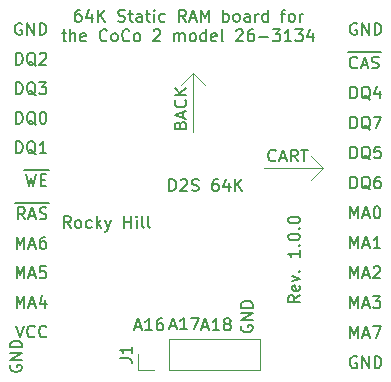
<source format=gbr>
G04 #@! TF.GenerationSoftware,KiCad,Pcbnew,5.1.5+dfsg1-2build2*
G04 #@! TF.CreationDate,2022-07-16T15:57:28-04:00*
G04 #@! TF.ProjectId,coco2_3134_64k_static_ram_board,636f636f-325f-4333-9133-345f36346b5f,rev?*
G04 #@! TF.SameCoordinates,Original*
G04 #@! TF.FileFunction,Legend,Top*
G04 #@! TF.FilePolarity,Positive*
%FSLAX46Y46*%
G04 Gerber Fmt 4.6, Leading zero omitted, Abs format (unit mm)*
G04 Created by KiCad (PCBNEW 5.1.5+dfsg1-2build2) date 2022-07-16 15:57:28*
%MOMM*%
%LPD*%
G04 APERTURE LIST*
%ADD10C,0.150000*%
%ADD11C,0.120000*%
G04 APERTURE END LIST*
D10*
X128552380Y-106998809D02*
X128076190Y-107332142D01*
X128552380Y-107570238D02*
X127552380Y-107570238D01*
X127552380Y-107189285D01*
X127600000Y-107094047D01*
X127647619Y-107046428D01*
X127742857Y-106998809D01*
X127885714Y-106998809D01*
X127980952Y-107046428D01*
X128028571Y-107094047D01*
X128076190Y-107189285D01*
X128076190Y-107570238D01*
X128504761Y-106189285D02*
X128552380Y-106284523D01*
X128552380Y-106475000D01*
X128504761Y-106570238D01*
X128409523Y-106617857D01*
X128028571Y-106617857D01*
X127933333Y-106570238D01*
X127885714Y-106475000D01*
X127885714Y-106284523D01*
X127933333Y-106189285D01*
X128028571Y-106141666D01*
X128123809Y-106141666D01*
X128219047Y-106617857D01*
X127885714Y-105808333D02*
X128552380Y-105570238D01*
X127885714Y-105332142D01*
X128457142Y-104951190D02*
X128504761Y-104903571D01*
X128552380Y-104951190D01*
X128504761Y-104998809D01*
X128457142Y-104951190D01*
X128552380Y-104951190D01*
X128552380Y-103189285D02*
X128552380Y-103760714D01*
X128552380Y-103475000D02*
X127552380Y-103475000D01*
X127695238Y-103570238D01*
X127790476Y-103665476D01*
X127838095Y-103760714D01*
X128457142Y-102760714D02*
X128504761Y-102713095D01*
X128552380Y-102760714D01*
X128504761Y-102808333D01*
X128457142Y-102760714D01*
X128552380Y-102760714D01*
X127552380Y-102094047D02*
X127552380Y-101998809D01*
X127600000Y-101903571D01*
X127647619Y-101855952D01*
X127742857Y-101808333D01*
X127933333Y-101760714D01*
X128171428Y-101760714D01*
X128361904Y-101808333D01*
X128457142Y-101855952D01*
X128504761Y-101903571D01*
X128552380Y-101998809D01*
X128552380Y-102094047D01*
X128504761Y-102189285D01*
X128457142Y-102236904D01*
X128361904Y-102284523D01*
X128171428Y-102332142D01*
X127933333Y-102332142D01*
X127742857Y-102284523D01*
X127647619Y-102236904D01*
X127600000Y-102189285D01*
X127552380Y-102094047D01*
X128457142Y-101332142D02*
X128504761Y-101284523D01*
X128552380Y-101332142D01*
X128504761Y-101379761D01*
X128457142Y-101332142D01*
X128552380Y-101332142D01*
X127552380Y-100665476D02*
X127552380Y-100570238D01*
X127600000Y-100475000D01*
X127647619Y-100427380D01*
X127742857Y-100379761D01*
X127933333Y-100332142D01*
X128171428Y-100332142D01*
X128361904Y-100379761D01*
X128457142Y-100427380D01*
X128504761Y-100475000D01*
X128552380Y-100570238D01*
X128552380Y-100665476D01*
X128504761Y-100760714D01*
X128457142Y-100808333D01*
X128361904Y-100855952D01*
X128171428Y-100903571D01*
X127933333Y-100903571D01*
X127742857Y-100855952D01*
X127647619Y-100808333D01*
X127600000Y-100760714D01*
X127552380Y-100665476D01*
X109151190Y-101277380D02*
X108817857Y-100801190D01*
X108579761Y-101277380D02*
X108579761Y-100277380D01*
X108960714Y-100277380D01*
X109055952Y-100325000D01*
X109103571Y-100372619D01*
X109151190Y-100467857D01*
X109151190Y-100610714D01*
X109103571Y-100705952D01*
X109055952Y-100753571D01*
X108960714Y-100801190D01*
X108579761Y-100801190D01*
X109722619Y-101277380D02*
X109627380Y-101229761D01*
X109579761Y-101182142D01*
X109532142Y-101086904D01*
X109532142Y-100801190D01*
X109579761Y-100705952D01*
X109627380Y-100658333D01*
X109722619Y-100610714D01*
X109865476Y-100610714D01*
X109960714Y-100658333D01*
X110008333Y-100705952D01*
X110055952Y-100801190D01*
X110055952Y-101086904D01*
X110008333Y-101182142D01*
X109960714Y-101229761D01*
X109865476Y-101277380D01*
X109722619Y-101277380D01*
X110913095Y-101229761D02*
X110817857Y-101277380D01*
X110627380Y-101277380D01*
X110532142Y-101229761D01*
X110484523Y-101182142D01*
X110436904Y-101086904D01*
X110436904Y-100801190D01*
X110484523Y-100705952D01*
X110532142Y-100658333D01*
X110627380Y-100610714D01*
X110817857Y-100610714D01*
X110913095Y-100658333D01*
X111341666Y-101277380D02*
X111341666Y-100277380D01*
X111436904Y-100896428D02*
X111722619Y-101277380D01*
X111722619Y-100610714D02*
X111341666Y-100991666D01*
X112055952Y-100610714D02*
X112294047Y-101277380D01*
X112532142Y-100610714D02*
X112294047Y-101277380D01*
X112198809Y-101515476D01*
X112151190Y-101563095D01*
X112055952Y-101610714D01*
X113675000Y-101277380D02*
X113675000Y-100277380D01*
X113675000Y-100753571D02*
X114246428Y-100753571D01*
X114246428Y-101277380D02*
X114246428Y-100277380D01*
X114722619Y-101277380D02*
X114722619Y-100610714D01*
X114722619Y-100277380D02*
X114675000Y-100325000D01*
X114722619Y-100372619D01*
X114770238Y-100325000D01*
X114722619Y-100277380D01*
X114722619Y-100372619D01*
X115341666Y-101277380D02*
X115246428Y-101229761D01*
X115198809Y-101134523D01*
X115198809Y-100277380D01*
X115865476Y-101277380D02*
X115770238Y-101229761D01*
X115722619Y-101134523D01*
X115722619Y-100277380D01*
X117502380Y-98152380D02*
X117502380Y-97152380D01*
X117740476Y-97152380D01*
X117883333Y-97200000D01*
X117978571Y-97295238D01*
X118026190Y-97390476D01*
X118073809Y-97580952D01*
X118073809Y-97723809D01*
X118026190Y-97914285D01*
X117978571Y-98009523D01*
X117883333Y-98104761D01*
X117740476Y-98152380D01*
X117502380Y-98152380D01*
X118454761Y-97247619D02*
X118502380Y-97200000D01*
X118597619Y-97152380D01*
X118835714Y-97152380D01*
X118930952Y-97200000D01*
X118978571Y-97247619D01*
X119026190Y-97342857D01*
X119026190Y-97438095D01*
X118978571Y-97580952D01*
X118407142Y-98152380D01*
X119026190Y-98152380D01*
X119407142Y-98104761D02*
X119550000Y-98152380D01*
X119788095Y-98152380D01*
X119883333Y-98104761D01*
X119930952Y-98057142D01*
X119978571Y-97961904D01*
X119978571Y-97866666D01*
X119930952Y-97771428D01*
X119883333Y-97723809D01*
X119788095Y-97676190D01*
X119597619Y-97628571D01*
X119502380Y-97580952D01*
X119454761Y-97533333D01*
X119407142Y-97438095D01*
X119407142Y-97342857D01*
X119454761Y-97247619D01*
X119502380Y-97200000D01*
X119597619Y-97152380D01*
X119835714Y-97152380D01*
X119978571Y-97200000D01*
X121597619Y-97152380D02*
X121407142Y-97152380D01*
X121311904Y-97200000D01*
X121264285Y-97247619D01*
X121169047Y-97390476D01*
X121121428Y-97580952D01*
X121121428Y-97961904D01*
X121169047Y-98057142D01*
X121216666Y-98104761D01*
X121311904Y-98152380D01*
X121502380Y-98152380D01*
X121597619Y-98104761D01*
X121645238Y-98057142D01*
X121692857Y-97961904D01*
X121692857Y-97723809D01*
X121645238Y-97628571D01*
X121597619Y-97580952D01*
X121502380Y-97533333D01*
X121311904Y-97533333D01*
X121216666Y-97580952D01*
X121169047Y-97628571D01*
X121121428Y-97723809D01*
X122550000Y-97485714D02*
X122550000Y-98152380D01*
X122311904Y-97104761D02*
X122073809Y-97819047D01*
X122692857Y-97819047D01*
X123073809Y-98152380D02*
X123073809Y-97152380D01*
X123645238Y-98152380D02*
X123216666Y-97580952D01*
X123645238Y-97152380D02*
X123073809Y-97723809D01*
X126500000Y-95557142D02*
X126452380Y-95604761D01*
X126309523Y-95652380D01*
X126214285Y-95652380D01*
X126071428Y-95604761D01*
X125976190Y-95509523D01*
X125928571Y-95414285D01*
X125880952Y-95223809D01*
X125880952Y-95080952D01*
X125928571Y-94890476D01*
X125976190Y-94795238D01*
X126071428Y-94700000D01*
X126214285Y-94652380D01*
X126309523Y-94652380D01*
X126452380Y-94700000D01*
X126500000Y-94747619D01*
X126880952Y-95366666D02*
X127357142Y-95366666D01*
X126785714Y-95652380D02*
X127119047Y-94652380D01*
X127452380Y-95652380D01*
X128357142Y-95652380D02*
X128023809Y-95176190D01*
X127785714Y-95652380D02*
X127785714Y-94652380D01*
X128166666Y-94652380D01*
X128261904Y-94700000D01*
X128309523Y-94747619D01*
X128357142Y-94842857D01*
X128357142Y-94985714D01*
X128309523Y-95080952D01*
X128261904Y-95128571D01*
X128166666Y-95176190D01*
X127785714Y-95176190D01*
X128642857Y-94652380D02*
X129214285Y-94652380D01*
X128928571Y-95652380D02*
X128928571Y-94652380D01*
D11*
X130500000Y-96200000D02*
X129500000Y-97200000D01*
X129500000Y-95200000D02*
X130500000Y-96200000D01*
X125500000Y-96200000D02*
X130500000Y-96200000D01*
X130500000Y-96200000D02*
X125500000Y-96200000D01*
D10*
X118428571Y-92557142D02*
X118476190Y-92414285D01*
X118523809Y-92366666D01*
X118619047Y-92319047D01*
X118761904Y-92319047D01*
X118857142Y-92366666D01*
X118904761Y-92414285D01*
X118952380Y-92509523D01*
X118952380Y-92890476D01*
X117952380Y-92890476D01*
X117952380Y-92557142D01*
X118000000Y-92461904D01*
X118047619Y-92414285D01*
X118142857Y-92366666D01*
X118238095Y-92366666D01*
X118333333Y-92414285D01*
X118380952Y-92461904D01*
X118428571Y-92557142D01*
X118428571Y-92890476D01*
X118666666Y-91938095D02*
X118666666Y-91461904D01*
X118952380Y-92033333D02*
X117952380Y-91700000D01*
X118952380Y-91366666D01*
X118857142Y-90461904D02*
X118904761Y-90509523D01*
X118952380Y-90652380D01*
X118952380Y-90747619D01*
X118904761Y-90890476D01*
X118809523Y-90985714D01*
X118714285Y-91033333D01*
X118523809Y-91080952D01*
X118380952Y-91080952D01*
X118190476Y-91033333D01*
X118095238Y-90985714D01*
X118000000Y-90890476D01*
X117952380Y-90747619D01*
X117952380Y-90652380D01*
X118000000Y-90509523D01*
X118047619Y-90461904D01*
X118952380Y-90033333D02*
X117952380Y-90033333D01*
X118952380Y-89461904D02*
X118380952Y-89890476D01*
X117952380Y-89461904D02*
X118523809Y-90033333D01*
D11*
X119500000Y-88200000D02*
X120500000Y-89200000D01*
X118500000Y-89200000D02*
X119500000Y-88200000D01*
X119500000Y-88200000D02*
X118500000Y-89200000D01*
X119500000Y-88200000D02*
X119500000Y-93200000D01*
D10*
X109976190Y-82827380D02*
X109785714Y-82827380D01*
X109690476Y-82875000D01*
X109642857Y-82922619D01*
X109547619Y-83065476D01*
X109500000Y-83255952D01*
X109500000Y-83636904D01*
X109547619Y-83732142D01*
X109595238Y-83779761D01*
X109690476Y-83827380D01*
X109880952Y-83827380D01*
X109976190Y-83779761D01*
X110023809Y-83732142D01*
X110071428Y-83636904D01*
X110071428Y-83398809D01*
X110023809Y-83303571D01*
X109976190Y-83255952D01*
X109880952Y-83208333D01*
X109690476Y-83208333D01*
X109595238Y-83255952D01*
X109547619Y-83303571D01*
X109500000Y-83398809D01*
X110928571Y-83160714D02*
X110928571Y-83827380D01*
X110690476Y-82779761D02*
X110452380Y-83494047D01*
X111071428Y-83494047D01*
X111452380Y-83827380D02*
X111452380Y-82827380D01*
X112023809Y-83827380D02*
X111595238Y-83255952D01*
X112023809Y-82827380D02*
X111452380Y-83398809D01*
X113166666Y-83779761D02*
X113309523Y-83827380D01*
X113547619Y-83827380D01*
X113642857Y-83779761D01*
X113690476Y-83732142D01*
X113738095Y-83636904D01*
X113738095Y-83541666D01*
X113690476Y-83446428D01*
X113642857Y-83398809D01*
X113547619Y-83351190D01*
X113357142Y-83303571D01*
X113261904Y-83255952D01*
X113214285Y-83208333D01*
X113166666Y-83113095D01*
X113166666Y-83017857D01*
X113214285Y-82922619D01*
X113261904Y-82875000D01*
X113357142Y-82827380D01*
X113595238Y-82827380D01*
X113738095Y-82875000D01*
X114023809Y-83160714D02*
X114404761Y-83160714D01*
X114166666Y-82827380D02*
X114166666Y-83684523D01*
X114214285Y-83779761D01*
X114309523Y-83827380D01*
X114404761Y-83827380D01*
X115166666Y-83827380D02*
X115166666Y-83303571D01*
X115119047Y-83208333D01*
X115023809Y-83160714D01*
X114833333Y-83160714D01*
X114738095Y-83208333D01*
X115166666Y-83779761D02*
X115071428Y-83827380D01*
X114833333Y-83827380D01*
X114738095Y-83779761D01*
X114690476Y-83684523D01*
X114690476Y-83589285D01*
X114738095Y-83494047D01*
X114833333Y-83446428D01*
X115071428Y-83446428D01*
X115166666Y-83398809D01*
X115500000Y-83160714D02*
X115880952Y-83160714D01*
X115642857Y-82827380D02*
X115642857Y-83684523D01*
X115690476Y-83779761D01*
X115785714Y-83827380D01*
X115880952Y-83827380D01*
X116214285Y-83827380D02*
X116214285Y-83160714D01*
X116214285Y-82827380D02*
X116166666Y-82875000D01*
X116214285Y-82922619D01*
X116261904Y-82875000D01*
X116214285Y-82827380D01*
X116214285Y-82922619D01*
X117119047Y-83779761D02*
X117023809Y-83827380D01*
X116833333Y-83827380D01*
X116738095Y-83779761D01*
X116690476Y-83732142D01*
X116642857Y-83636904D01*
X116642857Y-83351190D01*
X116690476Y-83255952D01*
X116738095Y-83208333D01*
X116833333Y-83160714D01*
X117023809Y-83160714D01*
X117119047Y-83208333D01*
X118880952Y-83827380D02*
X118547619Y-83351190D01*
X118309523Y-83827380D02*
X118309523Y-82827380D01*
X118690476Y-82827380D01*
X118785714Y-82875000D01*
X118833333Y-82922619D01*
X118880952Y-83017857D01*
X118880952Y-83160714D01*
X118833333Y-83255952D01*
X118785714Y-83303571D01*
X118690476Y-83351190D01*
X118309523Y-83351190D01*
X119261904Y-83541666D02*
X119738095Y-83541666D01*
X119166666Y-83827380D02*
X119500000Y-82827380D01*
X119833333Y-83827380D01*
X120166666Y-83827380D02*
X120166666Y-82827380D01*
X120500000Y-83541666D01*
X120833333Y-82827380D01*
X120833333Y-83827380D01*
X122071428Y-83827380D02*
X122071428Y-82827380D01*
X122071428Y-83208333D02*
X122166666Y-83160714D01*
X122357142Y-83160714D01*
X122452380Y-83208333D01*
X122500000Y-83255952D01*
X122547619Y-83351190D01*
X122547619Y-83636904D01*
X122500000Y-83732142D01*
X122452380Y-83779761D01*
X122357142Y-83827380D01*
X122166666Y-83827380D01*
X122071428Y-83779761D01*
X123119047Y-83827380D02*
X123023809Y-83779761D01*
X122976190Y-83732142D01*
X122928571Y-83636904D01*
X122928571Y-83351190D01*
X122976190Y-83255952D01*
X123023809Y-83208333D01*
X123119047Y-83160714D01*
X123261904Y-83160714D01*
X123357142Y-83208333D01*
X123404761Y-83255952D01*
X123452380Y-83351190D01*
X123452380Y-83636904D01*
X123404761Y-83732142D01*
X123357142Y-83779761D01*
X123261904Y-83827380D01*
X123119047Y-83827380D01*
X124309523Y-83827380D02*
X124309523Y-83303571D01*
X124261904Y-83208333D01*
X124166666Y-83160714D01*
X123976190Y-83160714D01*
X123880952Y-83208333D01*
X124309523Y-83779761D02*
X124214285Y-83827380D01*
X123976190Y-83827380D01*
X123880952Y-83779761D01*
X123833333Y-83684523D01*
X123833333Y-83589285D01*
X123880952Y-83494047D01*
X123976190Y-83446428D01*
X124214285Y-83446428D01*
X124309523Y-83398809D01*
X124785714Y-83827380D02*
X124785714Y-83160714D01*
X124785714Y-83351190D02*
X124833333Y-83255952D01*
X124880952Y-83208333D01*
X124976190Y-83160714D01*
X125071428Y-83160714D01*
X125833333Y-83827380D02*
X125833333Y-82827380D01*
X125833333Y-83779761D02*
X125738095Y-83827380D01*
X125547619Y-83827380D01*
X125452380Y-83779761D01*
X125404761Y-83732142D01*
X125357142Y-83636904D01*
X125357142Y-83351190D01*
X125404761Y-83255952D01*
X125452380Y-83208333D01*
X125547619Y-83160714D01*
X125738095Y-83160714D01*
X125833333Y-83208333D01*
X126928571Y-83160714D02*
X127309523Y-83160714D01*
X127071428Y-83827380D02*
X127071428Y-82970238D01*
X127119047Y-82875000D01*
X127214285Y-82827380D01*
X127309523Y-82827380D01*
X127785714Y-83827380D02*
X127690476Y-83779761D01*
X127642857Y-83732142D01*
X127595238Y-83636904D01*
X127595238Y-83351190D01*
X127642857Y-83255952D01*
X127690476Y-83208333D01*
X127785714Y-83160714D01*
X127928571Y-83160714D01*
X128023809Y-83208333D01*
X128071428Y-83255952D01*
X128119047Y-83351190D01*
X128119047Y-83636904D01*
X128071428Y-83732142D01*
X128023809Y-83779761D01*
X127928571Y-83827380D01*
X127785714Y-83827380D01*
X128547619Y-83827380D02*
X128547619Y-83160714D01*
X128547619Y-83351190D02*
X128595238Y-83255952D01*
X128642857Y-83208333D01*
X128738095Y-83160714D01*
X128833333Y-83160714D01*
X108404761Y-84810714D02*
X108785714Y-84810714D01*
X108547619Y-84477380D02*
X108547619Y-85334523D01*
X108595238Y-85429761D01*
X108690476Y-85477380D01*
X108785714Y-85477380D01*
X109119047Y-85477380D02*
X109119047Y-84477380D01*
X109547619Y-85477380D02*
X109547619Y-84953571D01*
X109500000Y-84858333D01*
X109404761Y-84810714D01*
X109261904Y-84810714D01*
X109166666Y-84858333D01*
X109119047Y-84905952D01*
X110404761Y-85429761D02*
X110309523Y-85477380D01*
X110119047Y-85477380D01*
X110023809Y-85429761D01*
X109976190Y-85334523D01*
X109976190Y-84953571D01*
X110023809Y-84858333D01*
X110119047Y-84810714D01*
X110309523Y-84810714D01*
X110404761Y-84858333D01*
X110452380Y-84953571D01*
X110452380Y-85048809D01*
X109976190Y-85144047D01*
X112214285Y-85382142D02*
X112166666Y-85429761D01*
X112023809Y-85477380D01*
X111928571Y-85477380D01*
X111785714Y-85429761D01*
X111690476Y-85334523D01*
X111642857Y-85239285D01*
X111595238Y-85048809D01*
X111595238Y-84905952D01*
X111642857Y-84715476D01*
X111690476Y-84620238D01*
X111785714Y-84525000D01*
X111928571Y-84477380D01*
X112023809Y-84477380D01*
X112166666Y-84525000D01*
X112214285Y-84572619D01*
X112785714Y-85477380D02*
X112690476Y-85429761D01*
X112642857Y-85382142D01*
X112595238Y-85286904D01*
X112595238Y-85001190D01*
X112642857Y-84905952D01*
X112690476Y-84858333D01*
X112785714Y-84810714D01*
X112928571Y-84810714D01*
X113023809Y-84858333D01*
X113071428Y-84905952D01*
X113119047Y-85001190D01*
X113119047Y-85286904D01*
X113071428Y-85382142D01*
X113023809Y-85429761D01*
X112928571Y-85477380D01*
X112785714Y-85477380D01*
X114119047Y-85382142D02*
X114071428Y-85429761D01*
X113928571Y-85477380D01*
X113833333Y-85477380D01*
X113690476Y-85429761D01*
X113595238Y-85334523D01*
X113547619Y-85239285D01*
X113500000Y-85048809D01*
X113500000Y-84905952D01*
X113547619Y-84715476D01*
X113595238Y-84620238D01*
X113690476Y-84525000D01*
X113833333Y-84477380D01*
X113928571Y-84477380D01*
X114071428Y-84525000D01*
X114119047Y-84572619D01*
X114690476Y-85477380D02*
X114595238Y-85429761D01*
X114547619Y-85382142D01*
X114500000Y-85286904D01*
X114500000Y-85001190D01*
X114547619Y-84905952D01*
X114595238Y-84858333D01*
X114690476Y-84810714D01*
X114833333Y-84810714D01*
X114928571Y-84858333D01*
X114976190Y-84905952D01*
X115023809Y-85001190D01*
X115023809Y-85286904D01*
X114976190Y-85382142D01*
X114928571Y-85429761D01*
X114833333Y-85477380D01*
X114690476Y-85477380D01*
X116166666Y-84572619D02*
X116214285Y-84525000D01*
X116309523Y-84477380D01*
X116547619Y-84477380D01*
X116642857Y-84525000D01*
X116690476Y-84572619D01*
X116738095Y-84667857D01*
X116738095Y-84763095D01*
X116690476Y-84905952D01*
X116119047Y-85477380D01*
X116738095Y-85477380D01*
X117928571Y-85477380D02*
X117928571Y-84810714D01*
X117928571Y-84905952D02*
X117976190Y-84858333D01*
X118071428Y-84810714D01*
X118214285Y-84810714D01*
X118309523Y-84858333D01*
X118357142Y-84953571D01*
X118357142Y-85477380D01*
X118357142Y-84953571D02*
X118404761Y-84858333D01*
X118500000Y-84810714D01*
X118642857Y-84810714D01*
X118738095Y-84858333D01*
X118785714Y-84953571D01*
X118785714Y-85477380D01*
X119404761Y-85477380D02*
X119309523Y-85429761D01*
X119261904Y-85382142D01*
X119214285Y-85286904D01*
X119214285Y-85001190D01*
X119261904Y-84905952D01*
X119309523Y-84858333D01*
X119404761Y-84810714D01*
X119547619Y-84810714D01*
X119642857Y-84858333D01*
X119690476Y-84905952D01*
X119738095Y-85001190D01*
X119738095Y-85286904D01*
X119690476Y-85382142D01*
X119642857Y-85429761D01*
X119547619Y-85477380D01*
X119404761Y-85477380D01*
X120595238Y-85477380D02*
X120595238Y-84477380D01*
X120595238Y-85429761D02*
X120500000Y-85477380D01*
X120309523Y-85477380D01*
X120214285Y-85429761D01*
X120166666Y-85382142D01*
X120119047Y-85286904D01*
X120119047Y-85001190D01*
X120166666Y-84905952D01*
X120214285Y-84858333D01*
X120309523Y-84810714D01*
X120500000Y-84810714D01*
X120595238Y-84858333D01*
X121452380Y-85429761D02*
X121357142Y-85477380D01*
X121166666Y-85477380D01*
X121071428Y-85429761D01*
X121023809Y-85334523D01*
X121023809Y-84953571D01*
X121071428Y-84858333D01*
X121166666Y-84810714D01*
X121357142Y-84810714D01*
X121452380Y-84858333D01*
X121500000Y-84953571D01*
X121500000Y-85048809D01*
X121023809Y-85144047D01*
X122071428Y-85477380D02*
X121976190Y-85429761D01*
X121928571Y-85334523D01*
X121928571Y-84477380D01*
X123166666Y-84572619D02*
X123214285Y-84525000D01*
X123309523Y-84477380D01*
X123547619Y-84477380D01*
X123642857Y-84525000D01*
X123690476Y-84572619D01*
X123738095Y-84667857D01*
X123738095Y-84763095D01*
X123690476Y-84905952D01*
X123119047Y-85477380D01*
X123738095Y-85477380D01*
X124595238Y-84477380D02*
X124404761Y-84477380D01*
X124309523Y-84525000D01*
X124261904Y-84572619D01*
X124166666Y-84715476D01*
X124119047Y-84905952D01*
X124119047Y-85286904D01*
X124166666Y-85382142D01*
X124214285Y-85429761D01*
X124309523Y-85477380D01*
X124500000Y-85477380D01*
X124595238Y-85429761D01*
X124642857Y-85382142D01*
X124690476Y-85286904D01*
X124690476Y-85048809D01*
X124642857Y-84953571D01*
X124595238Y-84905952D01*
X124500000Y-84858333D01*
X124309523Y-84858333D01*
X124214285Y-84905952D01*
X124166666Y-84953571D01*
X124119047Y-85048809D01*
X125119047Y-85096428D02*
X125880952Y-85096428D01*
X126261904Y-84477380D02*
X126880952Y-84477380D01*
X126547619Y-84858333D01*
X126690476Y-84858333D01*
X126785714Y-84905952D01*
X126833333Y-84953571D01*
X126880952Y-85048809D01*
X126880952Y-85286904D01*
X126833333Y-85382142D01*
X126785714Y-85429761D01*
X126690476Y-85477380D01*
X126404761Y-85477380D01*
X126309523Y-85429761D01*
X126261904Y-85382142D01*
X127833333Y-85477380D02*
X127261904Y-85477380D01*
X127547619Y-85477380D02*
X127547619Y-84477380D01*
X127452380Y-84620238D01*
X127357142Y-84715476D01*
X127261904Y-84763095D01*
X128166666Y-84477380D02*
X128785714Y-84477380D01*
X128452380Y-84858333D01*
X128595238Y-84858333D01*
X128690476Y-84905952D01*
X128738095Y-84953571D01*
X128785714Y-85048809D01*
X128785714Y-85286904D01*
X128738095Y-85382142D01*
X128690476Y-85429761D01*
X128595238Y-85477380D01*
X128309523Y-85477380D01*
X128214285Y-85429761D01*
X128166666Y-85382142D01*
X129642857Y-84810714D02*
X129642857Y-85477380D01*
X129404761Y-84429761D02*
X129166666Y-85144047D01*
X129785714Y-85144047D01*
X132833332Y-110615560D02*
X132833332Y-109615560D01*
X133166666Y-110329846D01*
X133499999Y-109615560D01*
X133499999Y-110615560D01*
X133928570Y-110329846D02*
X134404761Y-110329846D01*
X133833332Y-110615560D02*
X134166666Y-109615560D01*
X134499999Y-110615560D01*
X134738094Y-109615560D02*
X135404761Y-109615560D01*
X134976189Y-110615560D01*
X132833332Y-108078742D02*
X132833332Y-107078742D01*
X133166666Y-107793028D01*
X133499999Y-107078742D01*
X133499999Y-108078742D01*
X133928570Y-107793028D02*
X134404761Y-107793028D01*
X133833332Y-108078742D02*
X134166666Y-107078742D01*
X134499999Y-108078742D01*
X134738094Y-107078742D02*
X135357142Y-107078742D01*
X135023808Y-107459695D01*
X135166666Y-107459695D01*
X135261904Y-107507314D01*
X135309523Y-107554933D01*
X135357142Y-107650171D01*
X135357142Y-107888266D01*
X135309523Y-107983504D01*
X135261904Y-108031123D01*
X135166666Y-108078742D01*
X134880951Y-108078742D01*
X134785713Y-108031123D01*
X134738094Y-107983504D01*
X132833332Y-105541924D02*
X132833332Y-104541924D01*
X133166666Y-105256210D01*
X133499999Y-104541924D01*
X133499999Y-105541924D01*
X133928570Y-105256210D02*
X134404761Y-105256210D01*
X133833332Y-105541924D02*
X134166666Y-104541924D01*
X134499999Y-105541924D01*
X134785713Y-104637163D02*
X134833332Y-104589544D01*
X134928570Y-104541924D01*
X135166666Y-104541924D01*
X135261904Y-104589544D01*
X135309523Y-104637163D01*
X135357142Y-104732401D01*
X135357142Y-104827639D01*
X135309523Y-104970496D01*
X134738094Y-105541924D01*
X135357142Y-105541924D01*
X132833332Y-103005106D02*
X132833332Y-102005106D01*
X133166666Y-102719392D01*
X133499999Y-102005106D01*
X133499999Y-103005106D01*
X133928570Y-102719392D02*
X134404761Y-102719392D01*
X133833332Y-103005106D02*
X134166666Y-102005106D01*
X134499999Y-103005106D01*
X135357142Y-103005106D02*
X134785713Y-103005106D01*
X135071428Y-103005106D02*
X135071428Y-102005106D01*
X134976189Y-102147964D01*
X134880951Y-102243202D01*
X134785713Y-102290821D01*
X132833332Y-100468288D02*
X132833332Y-99468288D01*
X133166666Y-100182574D01*
X133499999Y-99468288D01*
X133499999Y-100468288D01*
X133928570Y-100182574D02*
X134404761Y-100182574D01*
X133833332Y-100468288D02*
X134166666Y-99468288D01*
X134499999Y-100468288D01*
X135023808Y-99468288D02*
X135119047Y-99468288D01*
X135214285Y-99515908D01*
X135261904Y-99563527D01*
X135309523Y-99658765D01*
X135357142Y-99849241D01*
X135357142Y-100087336D01*
X135309523Y-100277812D01*
X135261904Y-100373050D01*
X135214285Y-100420669D01*
X135119047Y-100468288D01*
X135023808Y-100468288D01*
X134928570Y-100420669D01*
X134880951Y-100373050D01*
X134833332Y-100277812D01*
X134785713Y-100087336D01*
X134785713Y-99849241D01*
X134833332Y-99658765D01*
X134880951Y-99563527D01*
X134928570Y-99515908D01*
X135023808Y-99468288D01*
X132833333Y-97931470D02*
X132833333Y-96931470D01*
X133071428Y-96931470D01*
X133214285Y-96979090D01*
X133309523Y-97074328D01*
X133357142Y-97169566D01*
X133404761Y-97360042D01*
X133404761Y-97502899D01*
X133357142Y-97693375D01*
X133309523Y-97788613D01*
X133214285Y-97883851D01*
X133071428Y-97931470D01*
X132833333Y-97931470D01*
X134499999Y-98026709D02*
X134404761Y-97979090D01*
X134309523Y-97883851D01*
X134166666Y-97740994D01*
X134071428Y-97693375D01*
X133976190Y-97693375D01*
X134023809Y-97931470D02*
X133928571Y-97883851D01*
X133833333Y-97788613D01*
X133785714Y-97598137D01*
X133785714Y-97264804D01*
X133833333Y-97074328D01*
X133928571Y-96979090D01*
X134023809Y-96931470D01*
X134214285Y-96931470D01*
X134309523Y-96979090D01*
X134404761Y-97074328D01*
X134452380Y-97264804D01*
X134452380Y-97598137D01*
X134404761Y-97788613D01*
X134309523Y-97883851D01*
X134214285Y-97931470D01*
X134023809Y-97931470D01*
X135309523Y-96931470D02*
X135119047Y-96931470D01*
X135023809Y-96979090D01*
X134976190Y-97026709D01*
X134880952Y-97169566D01*
X134833333Y-97360042D01*
X134833333Y-97740994D01*
X134880952Y-97836232D01*
X134928571Y-97883851D01*
X135023809Y-97931470D01*
X135214285Y-97931470D01*
X135309523Y-97883851D01*
X135357142Y-97836232D01*
X135404761Y-97740994D01*
X135404761Y-97502899D01*
X135357142Y-97407661D01*
X135309523Y-97360042D01*
X135214285Y-97312423D01*
X135023809Y-97312423D01*
X134928571Y-97360042D01*
X134880952Y-97407661D01*
X134833333Y-97502899D01*
X132833333Y-95394652D02*
X132833333Y-94394652D01*
X133071428Y-94394652D01*
X133214285Y-94442272D01*
X133309523Y-94537510D01*
X133357142Y-94632748D01*
X133404761Y-94823224D01*
X133404761Y-94966081D01*
X133357142Y-95156557D01*
X133309523Y-95251795D01*
X133214285Y-95347033D01*
X133071428Y-95394652D01*
X132833333Y-95394652D01*
X134499999Y-95489891D02*
X134404761Y-95442272D01*
X134309523Y-95347033D01*
X134166666Y-95204176D01*
X134071428Y-95156557D01*
X133976190Y-95156557D01*
X134023809Y-95394652D02*
X133928571Y-95347033D01*
X133833333Y-95251795D01*
X133785714Y-95061319D01*
X133785714Y-94727986D01*
X133833333Y-94537510D01*
X133928571Y-94442272D01*
X134023809Y-94394652D01*
X134214285Y-94394652D01*
X134309523Y-94442272D01*
X134404761Y-94537510D01*
X134452380Y-94727986D01*
X134452380Y-95061319D01*
X134404761Y-95251795D01*
X134309523Y-95347033D01*
X134214285Y-95394652D01*
X134023809Y-95394652D01*
X135357142Y-94394652D02*
X134880952Y-94394652D01*
X134833333Y-94870843D01*
X134880952Y-94823224D01*
X134976190Y-94775605D01*
X135214285Y-94775605D01*
X135309523Y-94823224D01*
X135357142Y-94870843D01*
X135404761Y-94966081D01*
X135404761Y-95204176D01*
X135357142Y-95299414D01*
X135309523Y-95347033D01*
X135214285Y-95394652D01*
X134976190Y-95394652D01*
X134880952Y-95347033D01*
X134833333Y-95299414D01*
X132833333Y-92857834D02*
X132833333Y-91857834D01*
X133071428Y-91857834D01*
X133214285Y-91905454D01*
X133309523Y-92000692D01*
X133357142Y-92095930D01*
X133404761Y-92286406D01*
X133404761Y-92429263D01*
X133357142Y-92619739D01*
X133309523Y-92714977D01*
X133214285Y-92810215D01*
X133071428Y-92857834D01*
X132833333Y-92857834D01*
X134499999Y-92953073D02*
X134404761Y-92905454D01*
X134309523Y-92810215D01*
X134166666Y-92667358D01*
X134071428Y-92619739D01*
X133976190Y-92619739D01*
X134023809Y-92857834D02*
X133928571Y-92810215D01*
X133833333Y-92714977D01*
X133785714Y-92524501D01*
X133785714Y-92191168D01*
X133833333Y-92000692D01*
X133928571Y-91905454D01*
X134023809Y-91857834D01*
X134214285Y-91857834D01*
X134309523Y-91905454D01*
X134404761Y-92000692D01*
X134452380Y-92191168D01*
X134452380Y-92524501D01*
X134404761Y-92714977D01*
X134309523Y-92810215D01*
X134214285Y-92857834D01*
X134023809Y-92857834D01*
X134785714Y-91857834D02*
X135452380Y-91857834D01*
X135023809Y-92857834D01*
X132833333Y-90321016D02*
X132833333Y-89321016D01*
X133071428Y-89321016D01*
X133214285Y-89368636D01*
X133309523Y-89463874D01*
X133357142Y-89559112D01*
X133404761Y-89749588D01*
X133404761Y-89892445D01*
X133357142Y-90082921D01*
X133309523Y-90178159D01*
X133214285Y-90273397D01*
X133071428Y-90321016D01*
X132833333Y-90321016D01*
X134499999Y-90416255D02*
X134404761Y-90368636D01*
X134309523Y-90273397D01*
X134166666Y-90130540D01*
X134071428Y-90082921D01*
X133976190Y-90082921D01*
X134023809Y-90321016D02*
X133928571Y-90273397D01*
X133833333Y-90178159D01*
X133785714Y-89987683D01*
X133785714Y-89654350D01*
X133833333Y-89463874D01*
X133928571Y-89368636D01*
X134023809Y-89321016D01*
X134214285Y-89321016D01*
X134309523Y-89368636D01*
X134404761Y-89463874D01*
X134452380Y-89654350D01*
X134452380Y-89987683D01*
X134404761Y-90178159D01*
X134309523Y-90273397D01*
X134214285Y-90321016D01*
X134023809Y-90321016D01*
X135309523Y-89654350D02*
X135309523Y-90321016D01*
X135071428Y-89273397D02*
X134833333Y-89987683D01*
X135452380Y-89987683D01*
X132595238Y-86416818D02*
X133595238Y-86416818D01*
X133404761Y-87688960D02*
X133357142Y-87736579D01*
X133214285Y-87784198D01*
X133119047Y-87784198D01*
X132976190Y-87736579D01*
X132880952Y-87641341D01*
X132833333Y-87546103D01*
X132785714Y-87355627D01*
X132785714Y-87212770D01*
X132833333Y-87022294D01*
X132880952Y-86927056D01*
X132976190Y-86831818D01*
X133119047Y-86784198D01*
X133214285Y-86784198D01*
X133357142Y-86831818D01*
X133404761Y-86879437D01*
X133595238Y-86416818D02*
X134452380Y-86416818D01*
X133785714Y-87498484D02*
X134261904Y-87498484D01*
X133690476Y-87784198D02*
X134023809Y-86784198D01*
X134357142Y-87784198D01*
X134452380Y-86416818D02*
X135404761Y-86416818D01*
X134642857Y-87736579D02*
X134785714Y-87784198D01*
X135023809Y-87784198D01*
X135119047Y-87736579D01*
X135166666Y-87688960D01*
X135214285Y-87593722D01*
X135214285Y-87498484D01*
X135166666Y-87403246D01*
X135119047Y-87355627D01*
X135023809Y-87308008D01*
X134833333Y-87260389D01*
X134738095Y-87212770D01*
X134690476Y-87165151D01*
X134642857Y-87069913D01*
X134642857Y-86974675D01*
X134690476Y-86879437D01*
X134738095Y-86831818D01*
X134833333Y-86784198D01*
X135071428Y-86784198D01*
X135214285Y-86831818D01*
X133357142Y-112200000D02*
X133261904Y-112152380D01*
X133119047Y-112152380D01*
X132976189Y-112200000D01*
X132880951Y-112295238D01*
X132833332Y-112390476D01*
X132785713Y-112580952D01*
X132785713Y-112723809D01*
X132833332Y-112914285D01*
X132880951Y-113009523D01*
X132976189Y-113104761D01*
X133119047Y-113152380D01*
X133214285Y-113152380D01*
X133357142Y-113104761D01*
X133404761Y-113057142D01*
X133404761Y-112723809D01*
X133214285Y-112723809D01*
X133833332Y-113152380D02*
X133833332Y-112152380D01*
X134404761Y-113152380D01*
X134404761Y-112152380D01*
X134880951Y-113152380D02*
X134880951Y-112152380D01*
X135119047Y-112152380D01*
X135261904Y-112200000D01*
X135357142Y-112295238D01*
X135404761Y-112390476D01*
X135452380Y-112580952D01*
X135452380Y-112723809D01*
X135404761Y-112914285D01*
X135357142Y-113009523D01*
X135261904Y-113104761D01*
X135119047Y-113152380D01*
X134880951Y-113152380D01*
X133357142Y-84000000D02*
X133261904Y-83952380D01*
X133119047Y-83952380D01*
X132976189Y-84000000D01*
X132880951Y-84095238D01*
X132833332Y-84190476D01*
X132785713Y-84380952D01*
X132785713Y-84523809D01*
X132833332Y-84714285D01*
X132880951Y-84809523D01*
X132976189Y-84904761D01*
X133119047Y-84952380D01*
X133214285Y-84952380D01*
X133357142Y-84904761D01*
X133404761Y-84857142D01*
X133404761Y-84523809D01*
X133214285Y-84523809D01*
X133833332Y-84952380D02*
X133833332Y-83952380D01*
X134404761Y-84952380D01*
X134404761Y-83952380D01*
X134880951Y-84952380D02*
X134880951Y-83952380D01*
X135119047Y-83952380D01*
X135261904Y-84000000D01*
X135357142Y-84095238D01*
X135404761Y-84190476D01*
X135452380Y-84380952D01*
X135452380Y-84523809D01*
X135404761Y-84714285D01*
X135357142Y-84809523D01*
X135261904Y-84904761D01*
X135119047Y-84952380D01*
X134880951Y-84952380D01*
X104075000Y-112911904D02*
X104027380Y-113007142D01*
X104027380Y-113150000D01*
X104075000Y-113292857D01*
X104170238Y-113388095D01*
X104265476Y-113435714D01*
X104455952Y-113483333D01*
X104598809Y-113483333D01*
X104789285Y-113435714D01*
X104884523Y-113388095D01*
X104979761Y-113292857D01*
X105027380Y-113150000D01*
X105027380Y-113054761D01*
X104979761Y-112911904D01*
X104932142Y-112864285D01*
X104598809Y-112864285D01*
X104598809Y-113054761D01*
X105027380Y-112435714D02*
X104027380Y-112435714D01*
X105027380Y-111864285D01*
X104027380Y-111864285D01*
X105027380Y-111388095D02*
X104027380Y-111388095D01*
X104027380Y-111150000D01*
X104075000Y-111007142D01*
X104170238Y-110911904D01*
X104265476Y-110864285D01*
X104455952Y-110816666D01*
X104598809Y-110816666D01*
X104789285Y-110864285D01*
X104884523Y-110911904D01*
X104979761Y-111007142D01*
X105027380Y-111150000D01*
X105027380Y-111388095D01*
X104514285Y-109551470D02*
X104847619Y-110551470D01*
X105180952Y-109551470D01*
X106085714Y-110456232D02*
X106038095Y-110503851D01*
X105895238Y-110551470D01*
X105799999Y-110551470D01*
X105657142Y-110503851D01*
X105561904Y-110408613D01*
X105514285Y-110313375D01*
X105466666Y-110122899D01*
X105466666Y-109980042D01*
X105514285Y-109789566D01*
X105561904Y-109694328D01*
X105657142Y-109599090D01*
X105799999Y-109551470D01*
X105895238Y-109551470D01*
X106038095Y-109599090D01*
X106085714Y-109646709D01*
X107085714Y-110456232D02*
X107038095Y-110503851D01*
X106895238Y-110551470D01*
X106799999Y-110551470D01*
X106657142Y-110503851D01*
X106561904Y-110408613D01*
X106514285Y-110313375D01*
X106466666Y-110122899D01*
X106466666Y-109980042D01*
X106514285Y-109789566D01*
X106561904Y-109694328D01*
X106657142Y-109599090D01*
X106799999Y-109551470D01*
X106895238Y-109551470D01*
X107038095Y-109599090D01*
X107085714Y-109646709D01*
X104561904Y-108050561D02*
X104561904Y-107050561D01*
X104895238Y-107764847D01*
X105228571Y-107050561D01*
X105228571Y-108050561D01*
X105657142Y-107764847D02*
X106133333Y-107764847D01*
X105561904Y-108050561D02*
X105895238Y-107050561D01*
X106228571Y-108050561D01*
X106990476Y-107383895D02*
X106990476Y-108050561D01*
X106752380Y-107002942D02*
X106514285Y-107717228D01*
X107133333Y-107717228D01*
X104561904Y-105549652D02*
X104561904Y-104549652D01*
X104895238Y-105263938D01*
X105228571Y-104549652D01*
X105228571Y-105549652D01*
X105657142Y-105263938D02*
X106133333Y-105263938D01*
X105561904Y-105549652D02*
X105895238Y-104549652D01*
X106228571Y-105549652D01*
X107038095Y-104549652D02*
X106561904Y-104549652D01*
X106514285Y-105025843D01*
X106561904Y-104978224D01*
X106657142Y-104930605D01*
X106895238Y-104930605D01*
X106990476Y-104978224D01*
X107038095Y-105025843D01*
X107085714Y-105121081D01*
X107085714Y-105359176D01*
X107038095Y-105454414D01*
X106990476Y-105502033D01*
X106895238Y-105549652D01*
X106657142Y-105549652D01*
X106561904Y-105502033D01*
X106514285Y-105454414D01*
X104561904Y-103048743D02*
X104561904Y-102048743D01*
X104895238Y-102763029D01*
X105228571Y-102048743D01*
X105228571Y-103048743D01*
X105657142Y-102763029D02*
X106133333Y-102763029D01*
X105561904Y-103048743D02*
X105895238Y-102048743D01*
X106228571Y-103048743D01*
X106990476Y-102048743D02*
X106800000Y-102048743D01*
X106704761Y-102096363D01*
X106657142Y-102143982D01*
X106561904Y-102286839D01*
X106514285Y-102477315D01*
X106514285Y-102858267D01*
X106561904Y-102953505D01*
X106609523Y-103001124D01*
X106704761Y-103048743D01*
X106895238Y-103048743D01*
X106990476Y-103001124D01*
X107038095Y-102953505D01*
X107085714Y-102858267D01*
X107085714Y-102620172D01*
X107038095Y-102524934D01*
X106990476Y-102477315D01*
X106895238Y-102429696D01*
X106704761Y-102429696D01*
X106609523Y-102477315D01*
X106561904Y-102524934D01*
X106514285Y-102620172D01*
X104466667Y-99180454D02*
X105466667Y-99180454D01*
X105276190Y-100547834D02*
X104942857Y-100071644D01*
X104704762Y-100547834D02*
X104704762Y-99547834D01*
X105085714Y-99547834D01*
X105180952Y-99595454D01*
X105228571Y-99643073D01*
X105276190Y-99738311D01*
X105276190Y-99881168D01*
X105228571Y-99976406D01*
X105180952Y-100024025D01*
X105085714Y-100071644D01*
X104704762Y-100071644D01*
X105466667Y-99180454D02*
X106323809Y-99180454D01*
X105657143Y-100262120D02*
X106133333Y-100262120D01*
X105561905Y-100547834D02*
X105895238Y-99547834D01*
X106228571Y-100547834D01*
X106323809Y-99180454D02*
X107276190Y-99180454D01*
X106514286Y-100500215D02*
X106657143Y-100547834D01*
X106895238Y-100547834D01*
X106990476Y-100500215D01*
X107038095Y-100452596D01*
X107085714Y-100357358D01*
X107085714Y-100262120D01*
X107038095Y-100166882D01*
X106990476Y-100119263D01*
X106895238Y-100071644D01*
X106704762Y-100024025D01*
X106609524Y-99976406D01*
X106561905Y-99928787D01*
X106514286Y-99833549D01*
X106514286Y-99738311D01*
X106561905Y-99643073D01*
X106609524Y-99595454D01*
X106704762Y-99547834D01*
X106942857Y-99547834D01*
X107085714Y-99595454D01*
X105228571Y-96384545D02*
X106371428Y-96384545D01*
X105371428Y-96751925D02*
X105609523Y-97751925D01*
X105800000Y-97037640D01*
X105990476Y-97751925D01*
X106228571Y-96751925D01*
X106371428Y-96384545D02*
X107276190Y-96384545D01*
X106609523Y-97228116D02*
X106942857Y-97228116D01*
X107085714Y-97751925D02*
X106609523Y-97751925D01*
X106609523Y-96751925D01*
X107085714Y-96751925D01*
X104514286Y-94956016D02*
X104514286Y-93956016D01*
X104752381Y-93956016D01*
X104895238Y-94003636D01*
X104990476Y-94098874D01*
X105038095Y-94194112D01*
X105085714Y-94384588D01*
X105085714Y-94527445D01*
X105038095Y-94717921D01*
X104990476Y-94813159D01*
X104895238Y-94908397D01*
X104752381Y-94956016D01*
X104514286Y-94956016D01*
X106180952Y-95051255D02*
X106085714Y-95003636D01*
X105990476Y-94908397D01*
X105847619Y-94765540D01*
X105752381Y-94717921D01*
X105657143Y-94717921D01*
X105704762Y-94956016D02*
X105609524Y-94908397D01*
X105514286Y-94813159D01*
X105466667Y-94622683D01*
X105466667Y-94289350D01*
X105514286Y-94098874D01*
X105609524Y-94003636D01*
X105704762Y-93956016D01*
X105895238Y-93956016D01*
X105990476Y-94003636D01*
X106085714Y-94098874D01*
X106133333Y-94289350D01*
X106133333Y-94622683D01*
X106085714Y-94813159D01*
X105990476Y-94908397D01*
X105895238Y-94956016D01*
X105704762Y-94956016D01*
X107085714Y-94956016D02*
X106514286Y-94956016D01*
X106800000Y-94956016D02*
X106800000Y-93956016D01*
X106704762Y-94098874D01*
X106609524Y-94194112D01*
X106514286Y-94241731D01*
X104514286Y-92455107D02*
X104514286Y-91455107D01*
X104752381Y-91455107D01*
X104895238Y-91502727D01*
X104990476Y-91597965D01*
X105038095Y-91693203D01*
X105085714Y-91883679D01*
X105085714Y-92026536D01*
X105038095Y-92217012D01*
X104990476Y-92312250D01*
X104895238Y-92407488D01*
X104752381Y-92455107D01*
X104514286Y-92455107D01*
X106180952Y-92550346D02*
X106085714Y-92502727D01*
X105990476Y-92407488D01*
X105847619Y-92264631D01*
X105752381Y-92217012D01*
X105657143Y-92217012D01*
X105704762Y-92455107D02*
X105609524Y-92407488D01*
X105514286Y-92312250D01*
X105466667Y-92121774D01*
X105466667Y-91788441D01*
X105514286Y-91597965D01*
X105609524Y-91502727D01*
X105704762Y-91455107D01*
X105895238Y-91455107D01*
X105990476Y-91502727D01*
X106085714Y-91597965D01*
X106133333Y-91788441D01*
X106133333Y-92121774D01*
X106085714Y-92312250D01*
X105990476Y-92407488D01*
X105895238Y-92455107D01*
X105704762Y-92455107D01*
X106752381Y-91455107D02*
X106847619Y-91455107D01*
X106942857Y-91502727D01*
X106990476Y-91550346D01*
X107038095Y-91645584D01*
X107085714Y-91836060D01*
X107085714Y-92074155D01*
X107038095Y-92264631D01*
X106990476Y-92359869D01*
X106942857Y-92407488D01*
X106847619Y-92455107D01*
X106752381Y-92455107D01*
X106657143Y-92407488D01*
X106609524Y-92359869D01*
X106561905Y-92264631D01*
X106514286Y-92074155D01*
X106514286Y-91836060D01*
X106561905Y-91645584D01*
X106609524Y-91550346D01*
X106657143Y-91502727D01*
X106752381Y-91455107D01*
X104514286Y-89954198D02*
X104514286Y-88954198D01*
X104752381Y-88954198D01*
X104895238Y-89001818D01*
X104990476Y-89097056D01*
X105038095Y-89192294D01*
X105085714Y-89382770D01*
X105085714Y-89525627D01*
X105038095Y-89716103D01*
X104990476Y-89811341D01*
X104895238Y-89906579D01*
X104752381Y-89954198D01*
X104514286Y-89954198D01*
X106180952Y-90049437D02*
X106085714Y-90001818D01*
X105990476Y-89906579D01*
X105847619Y-89763722D01*
X105752381Y-89716103D01*
X105657143Y-89716103D01*
X105704762Y-89954198D02*
X105609524Y-89906579D01*
X105514286Y-89811341D01*
X105466667Y-89620865D01*
X105466667Y-89287532D01*
X105514286Y-89097056D01*
X105609524Y-89001818D01*
X105704762Y-88954198D01*
X105895238Y-88954198D01*
X105990476Y-89001818D01*
X106085714Y-89097056D01*
X106133333Y-89287532D01*
X106133333Y-89620865D01*
X106085714Y-89811341D01*
X105990476Y-89906579D01*
X105895238Y-89954198D01*
X105704762Y-89954198D01*
X106466667Y-88954198D02*
X107085714Y-88954198D01*
X106752381Y-89335151D01*
X106895238Y-89335151D01*
X106990476Y-89382770D01*
X107038095Y-89430389D01*
X107085714Y-89525627D01*
X107085714Y-89763722D01*
X107038095Y-89858960D01*
X106990476Y-89906579D01*
X106895238Y-89954198D01*
X106609524Y-89954198D01*
X106514286Y-89906579D01*
X106466667Y-89858960D01*
X104514286Y-87453289D02*
X104514286Y-86453289D01*
X104752381Y-86453289D01*
X104895238Y-86500909D01*
X104990476Y-86596147D01*
X105038095Y-86691385D01*
X105085714Y-86881861D01*
X105085714Y-87024718D01*
X105038095Y-87215194D01*
X104990476Y-87310432D01*
X104895238Y-87405670D01*
X104752381Y-87453289D01*
X104514286Y-87453289D01*
X106180952Y-87548528D02*
X106085714Y-87500909D01*
X105990476Y-87405670D01*
X105847619Y-87262813D01*
X105752381Y-87215194D01*
X105657143Y-87215194D01*
X105704762Y-87453289D02*
X105609524Y-87405670D01*
X105514286Y-87310432D01*
X105466667Y-87119956D01*
X105466667Y-86786623D01*
X105514286Y-86596147D01*
X105609524Y-86500909D01*
X105704762Y-86453289D01*
X105895238Y-86453289D01*
X105990476Y-86500909D01*
X106085714Y-86596147D01*
X106133333Y-86786623D01*
X106133333Y-87119956D01*
X106085714Y-87310432D01*
X105990476Y-87405670D01*
X105895238Y-87453289D01*
X105704762Y-87453289D01*
X106514286Y-86548528D02*
X106561905Y-86500909D01*
X106657143Y-86453289D01*
X106895238Y-86453289D01*
X106990476Y-86500909D01*
X107038095Y-86548528D01*
X107085714Y-86643766D01*
X107085714Y-86739004D01*
X107038095Y-86881861D01*
X106466667Y-87453289D01*
X107085714Y-87453289D01*
X104990476Y-84000000D02*
X104895238Y-83952380D01*
X104752381Y-83952380D01*
X104609523Y-84000000D01*
X104514285Y-84095238D01*
X104466666Y-84190476D01*
X104419047Y-84380952D01*
X104419047Y-84523809D01*
X104466666Y-84714285D01*
X104514285Y-84809523D01*
X104609523Y-84904761D01*
X104752381Y-84952380D01*
X104847619Y-84952380D01*
X104990476Y-84904761D01*
X105038095Y-84857142D01*
X105038095Y-84523809D01*
X104847619Y-84523809D01*
X105466666Y-84952380D02*
X105466666Y-83952380D01*
X106038095Y-84952380D01*
X106038095Y-83952380D01*
X106514285Y-84952380D02*
X106514285Y-83952380D01*
X106752381Y-83952380D01*
X106895238Y-84000000D01*
X106990476Y-84095238D01*
X107038095Y-84190476D01*
X107085714Y-84380952D01*
X107085714Y-84523809D01*
X107038095Y-84714285D01*
X106990476Y-84809523D01*
X106895238Y-84904761D01*
X106752381Y-84952380D01*
X106514285Y-84952380D01*
X123600000Y-109561904D02*
X123552380Y-109657142D01*
X123552380Y-109800000D01*
X123600000Y-109942857D01*
X123695238Y-110038095D01*
X123790476Y-110085714D01*
X123980952Y-110133333D01*
X124123809Y-110133333D01*
X124314285Y-110085714D01*
X124409523Y-110038095D01*
X124504761Y-109942857D01*
X124552380Y-109800000D01*
X124552380Y-109704761D01*
X124504761Y-109561904D01*
X124457142Y-109514285D01*
X124123809Y-109514285D01*
X124123809Y-109704761D01*
X124552380Y-109085714D02*
X123552380Y-109085714D01*
X124552380Y-108514285D01*
X123552380Y-108514285D01*
X124552380Y-108038095D02*
X123552380Y-108038095D01*
X123552380Y-107800000D01*
X123600000Y-107657142D01*
X123695238Y-107561904D01*
X123790476Y-107514285D01*
X123980952Y-107466666D01*
X124123809Y-107466666D01*
X124314285Y-107514285D01*
X124409523Y-107561904D01*
X124504761Y-107657142D01*
X124552380Y-107800000D01*
X124552380Y-108038095D01*
X120309523Y-109666666D02*
X120785714Y-109666666D01*
X120214285Y-109952380D02*
X120547619Y-108952380D01*
X120880952Y-109952380D01*
X121738095Y-109952380D02*
X121166666Y-109952380D01*
X121452380Y-109952380D02*
X121452380Y-108952380D01*
X121357142Y-109095238D01*
X121261904Y-109190476D01*
X121166666Y-109238095D01*
X122309523Y-109380952D02*
X122214285Y-109333333D01*
X122166666Y-109285714D01*
X122119047Y-109190476D01*
X122119047Y-109142857D01*
X122166666Y-109047619D01*
X122214285Y-109000000D01*
X122309523Y-108952380D01*
X122500000Y-108952380D01*
X122595238Y-109000000D01*
X122642857Y-109047619D01*
X122690476Y-109142857D01*
X122690476Y-109190476D01*
X122642857Y-109285714D01*
X122595238Y-109333333D01*
X122500000Y-109380952D01*
X122309523Y-109380952D01*
X122214285Y-109428571D01*
X122166666Y-109476190D01*
X122119047Y-109571428D01*
X122119047Y-109761904D01*
X122166666Y-109857142D01*
X122214285Y-109904761D01*
X122309523Y-109952380D01*
X122500000Y-109952380D01*
X122595238Y-109904761D01*
X122642857Y-109857142D01*
X122690476Y-109761904D01*
X122690476Y-109571428D01*
X122642857Y-109476190D01*
X122595238Y-109428571D01*
X122500000Y-109380952D01*
X117559523Y-109591666D02*
X118035714Y-109591666D01*
X117464285Y-109877380D02*
X117797619Y-108877380D01*
X118130952Y-109877380D01*
X118988095Y-109877380D02*
X118416666Y-109877380D01*
X118702380Y-109877380D02*
X118702380Y-108877380D01*
X118607142Y-109020238D01*
X118511904Y-109115476D01*
X118416666Y-109163095D01*
X119321428Y-108877380D02*
X119988095Y-108877380D01*
X119559523Y-109877380D01*
X114609523Y-109666666D02*
X115085714Y-109666666D01*
X114514285Y-109952380D02*
X114847619Y-108952380D01*
X115180952Y-109952380D01*
X116038095Y-109952380D02*
X115466666Y-109952380D01*
X115752380Y-109952380D02*
X115752380Y-108952380D01*
X115657142Y-109095238D01*
X115561904Y-109190476D01*
X115466666Y-109238095D01*
X116895238Y-108952380D02*
X116704761Y-108952380D01*
X116609523Y-109000000D01*
X116561904Y-109047619D01*
X116466666Y-109190476D01*
X116419047Y-109380952D01*
X116419047Y-109761904D01*
X116466666Y-109857142D01*
X116514285Y-109904761D01*
X116609523Y-109952380D01*
X116800000Y-109952380D01*
X116895238Y-109904761D01*
X116942857Y-109857142D01*
X116990476Y-109761904D01*
X116990476Y-109523809D01*
X116942857Y-109428571D01*
X116895238Y-109380952D01*
X116800000Y-109333333D01*
X116609523Y-109333333D01*
X116514285Y-109380952D01*
X116466666Y-109428571D01*
X116419047Y-109523809D01*
D11*
X125150000Y-113330000D02*
X125150000Y-110670000D01*
X117470000Y-113330000D02*
X125150000Y-113330000D01*
X117470000Y-110670000D02*
X125150000Y-110670000D01*
X117470000Y-113330000D02*
X117470000Y-110670000D01*
X116200000Y-113330000D02*
X114870000Y-113330000D01*
X114870000Y-113330000D02*
X114870000Y-112000000D01*
D10*
X113322380Y-112333333D02*
X114036666Y-112333333D01*
X114179523Y-112380952D01*
X114274761Y-112476190D01*
X114322380Y-112619047D01*
X114322380Y-112714285D01*
X114322380Y-111333333D02*
X114322380Y-111904761D01*
X114322380Y-111619047D02*
X113322380Y-111619047D01*
X113465238Y-111714285D01*
X113560476Y-111809523D01*
X113608095Y-111904761D01*
M02*

</source>
